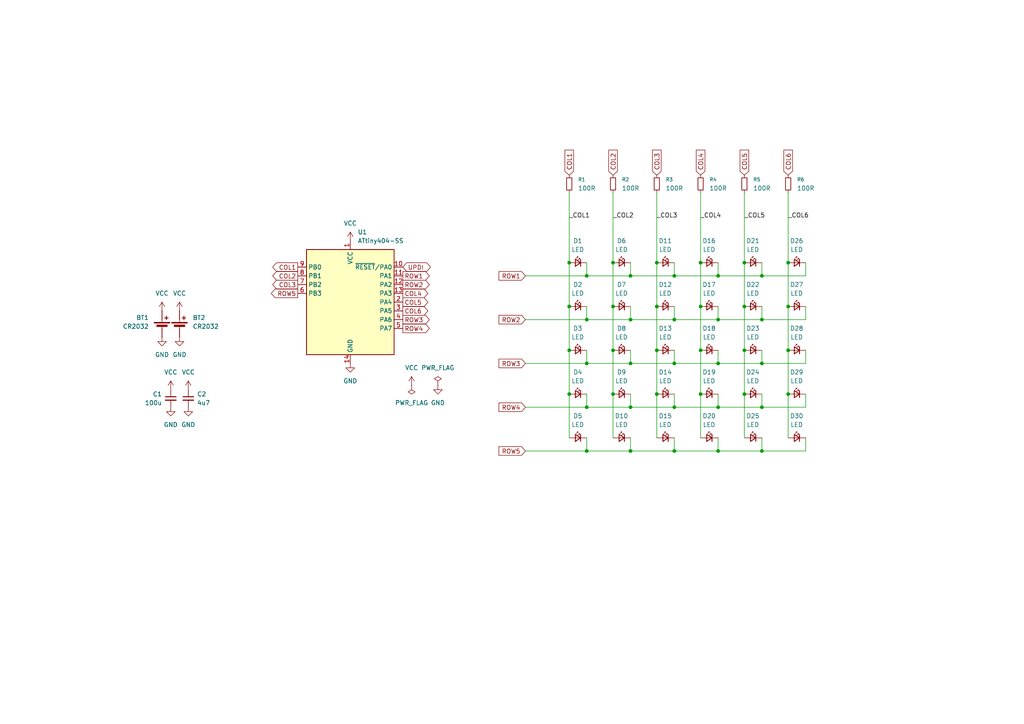
<source format=kicad_sch>
(kicad_sch (version 20250114) (generator "eeschema") (generator_version "9.0")
  (paper "A4")
  (lib_symbols
    (symbol "Device:Battery_Cell" (pin_numbers (hide yes)) (pin_names (offset 0) (hide yes))
      (property "Reference" "BT" (at 2.54 2.54 0))
      (property "Value" "Battery_Cell" (at 2.54 0 0))
      (symbol "Battery_Cell_0_1"
        (rectangle (start -2.286 1.778) (end 2.286 1.524) (fill (type outline)))
        (rectangle (start -1.524 1.016) (end 1.524 0.508) (fill (type outline)))
        (polyline (pts (xy 0 1.778) (xy 0 2.54)))
        (polyline (pts (xy 0 0.762) (xy 0 0)))
        (polyline (pts (xy 0.762 3.048) (xy 1.778 3.048)) (stroke (width 0.254)))
        (polyline (pts (xy 1.27 3.556) (xy 1.27 2.54)) (stroke (width 0.254)))
      )
      (symbol "Battery_Cell_1_1"
        (pin passive line (at 0 5.08 270) (length 2.54) (name "+") (number "1"))
        (pin passive line (at 0 -2.54 90) (length 2.54) (name "-") (number "2"))
      )
    )
    (symbol "Device:C_Small" (pin_numbers (hide yes)) (pin_names (offset 0.254) (hide yes))
      (property "Reference" "C" (at 0.254 1.778 0))
      (property "Value" "C_Small" (at 0.254 -2.032 0))
      (symbol "C_Small_0_1"
        (polyline (pts (xy -1.524 0.508) (xy 1.524 0.508)) (stroke (width 0.3048)))
        (polyline (pts (xy -1.524 -0.508) (xy 1.524 -0.508)) (stroke (width 0.3302)))
      )
      (symbol "C_Small_1_1"
        (pin passive line (at 0 2.54 270) (length 2.032) (name "~") (number "1"))
        (pin passive line (at 0 -2.54 90) (length 2.032) (name "~") (number "2"))
      )
    )
    (symbol "Device:LED_Small" (pin_numbers (hide yes)) (pin_names (offset 0.254) (hide yes))
      (property "Reference" "D" (at -1.27 3.175 0))
      (property "Value" "LED_Small" (at -4.445 -2.54 0))
      (symbol "LED_Small_0_1"
        (polyline (pts (xy -0.762 -1.016) (xy -0.762 1.016)) (stroke (width 0.254)))
        (polyline (pts (xy 0 0.762) (xy -0.508 1.27) (xy -0.254 1.27) (xy -0.508 1.27) (xy -0.508 1.016)))
        (polyline (pts (xy 0.508 1.27) (xy 0 1.778) (xy 0.254 1.778) (xy 0 1.778) (xy 0 1.524)))
        (polyline (pts (xy 0.762 -1.016) (xy -0.762 0) (xy 0.762 1.016) (xy 0.762 -1.016)) (stroke (width 0.254)))
        (polyline (pts (xy 1.016 0) (xy -0.762 0)))
      )
      (symbol "LED_Small_1_1"
        (pin passive line (at -2.54 0 0) (length 1.778) (name "K") (number "1"))
        (pin passive line (at 2.54 0 180) (length 1.778) (name "A") (number "2"))
      )
    )
    (symbol "Device:R_Small" (pin_numbers (hide yes)) (pin_names (offset 0.254) (hide yes))
      (property "Reference" "R" (at 0 0 90))
      (property "Value" "R_Small" (at 1.778 0 90))
      (symbol "R_Small_0_1"
        (rectangle (start -0.762 1.778) (end 0.762 -1.778) (stroke (width 0.2032)))
      )
      (symbol "R_Small_1_1"
        (pin passive line (at 0 2.54 270) (length 0.762) (name "~") (number "1"))
        (pin passive line (at 0 -2.54 90) (length 0.762) (name "~") (number "2"))
      )
    )
    (symbol "MCU_Microchip_ATtiny:ATtiny404-SS"
      (property "Reference" "U" (at -12.7 16.51 0))
      (property "Value" "ATtiny404-SS" (at 2.54 -16.51 0))
      (symbol "ATtiny404-SS_0_1"
        (rectangle (start -12.7 -15.24) (end 12.7 15.24) (stroke (width 0.254)) (fill (type background)))
      )
      (symbol "ATtiny404-SS_1_1"
        (pin bidirectional line (at -15.24 10.16 0) (length 2.54) (name "PB0") (number "9"))
        (pin bidirectional line (at -15.24 7.62 0) (length 2.54) (name "PB1") (number "8"))
        (pin bidirectional line (at -15.24 5.08 0) (length 2.54) (name "PB2") (number "7"))
        (pin bidirectional line (at -15.24 2.54 0) (length 2.54) (name "PB3") (number "6"))
        (pin power_in line (at 0 17.78 270) (length 2.54) (name "VCC") (number "1"))
        (pin power_in line (at 0 -17.78 90) (length 2.54) (name "GND") (number "14"))
        (pin bidirectional line (at 15.24 10.16 180) (length 2.54) (name "~{RESET}/PA0") (number "10"))
        (pin bidirectional line (at 15.24 7.62 180) (length 2.54) (name "PA1") (number "11"))
        (pin bidirectional line (at 15.24 5.08 180) (length 2.54) (name "PA2") (number "12"))
        (pin bidirectional line (at 15.24 2.54 180) (length 2.54) (name "PA3") (number "13"))
        (pin bidirectional line (at 15.24 0 180) (length 2.54) (name "PA4") (number "2"))
        (pin bidirectional line (at 15.24 -2.54 180) (length 2.54) (name "PA5") (number "3"))
        (pin bidirectional line (at 15.24 -5.08 180) (length 2.54) (name "PA6") (number "4"))
        (pin bidirectional line (at 15.24 -7.62 180) (length 2.54) (name "PA7") (number "5"))
      )
    )
    (symbol "power:GND" (power) (pin_numbers (hide yes)) (pin_names (offset 0) (hide yes))
      (property "Value" "GND" (at 0 -3.81 0))
      (symbol "GND_0_1"
        (polyline (pts (xy 0 0) (xy 0 -1.27) (xy 1.27 -1.27) (xy 0 -2.54) (xy -1.27 -1.27) (xy 0 -1.27)))
      )
      (symbol "GND_1_1"
        (pin power_in line (at 0 0 270) (length 0) (name "~") (number "1"))
      )
    )
    (symbol "power:PWR_FLAG" (power) (pin_numbers (hide yes)) (pin_names (offset 0) (hide yes))
      (property "Value" "PWR_FLAG" (at 0 3.81 0))
      (symbol "PWR_FLAG_0_0"
        (pin power_out line (at 0 0 90) (length 0) (name "~") (number "1"))
      )
      (symbol "PWR_FLAG_0_1"
        (polyline (pts (xy 0 0) (xy 0 1.27) (xy -1.016 1.905) (xy 0 2.54) (xy 1.016 1.905) (xy 0 1.27)))
      )
    )
    (symbol "power:VCC" (power) (pin_numbers (hide yes)) (pin_names (offset 0) (hide yes))
      (property "Value" "VCC" (at 0 3.556 0))
      (symbol "VCC_0_1"
        (polyline (pts (xy -0.762 1.27) (xy 0 2.54)))
        (polyline (pts (xy 0 2.54) (xy 0.762 1.27)))
        (polyline (pts (xy 0 0) (xy 0 2.54)))
      )
      (symbol "VCC_1_1"
        (pin power_in line (at 0 0 90) (length 0) (name "~") (number "1"))
      )
    )
  )
  (junction (at 177.8 114.3))
  (junction (at 220.98 80.01))
  (junction (at 170.18 80.01))
  (junction (at 220.98 130.81))
  (junction (at 190.5 101.6))
  (junction (at 215.9 101.6))
  (junction (at 165.1 76.2))
  (junction (at 195.58 80.01))
  (junction (at 182.88 130.81))
  (junction (at 195.58 105.41))
  (junction (at 195.58 130.81))
  (junction (at 182.88 118.11))
  (junction (at 203.2 76.2))
  (junction (at 177.8 88.9))
  (junction (at 182.88 105.41))
  (junction (at 182.88 92.71))
  (junction (at 228.6 101.6))
  (junction (at 220.98 118.11))
  (junction (at 203.2 114.3))
  (junction (at 170.18 118.11))
  (junction (at 220.98 92.71))
  (junction (at 177.8 76.2))
  (junction (at 165.1 101.6))
  (junction (at 195.58 118.11))
  (junction (at 203.2 88.9))
  (junction (at 208.28 130.81))
  (junction (at 215.9 88.9))
  (junction (at 190.5 76.2))
  (junction (at 190.5 88.9))
  (junction (at 208.28 105.41))
  (junction (at 182.88 80.01))
  (junction (at 195.58 92.71))
  (junction (at 228.6 76.2))
  (junction (at 165.1 88.9))
  (junction (at 228.6 114.3))
  (junction (at 215.9 76.2))
  (junction (at 228.6 88.9))
  (junction (at 208.28 92.71))
  (junction (at 208.28 118.11))
  (junction (at 203.2 101.6))
  (junction (at 220.98 105.41))
  (junction (at 170.18 105.41))
  (junction (at 170.18 130.81))
  (junction (at 170.18 92.71))
  (junction (at 208.28 80.01))
  (junction (at 165.1 114.3))
  (junction (at 215.9 114.3))
  (junction (at 190.5 114.3))
  (junction (at 177.8 101.6))
  (wire (pts (xy 195.58 101.6) (xy 195.58 105.41)))
  (wire (pts (xy 190.5 55.88) (xy 190.5 76.2)))
  (wire (pts (xy 177.8 114.3) (xy 177.8 127)))
  (wire (pts (xy 233.68 130.81) (xy 220.98 130.81)))
  (wire (pts (xy 220.98 127) (xy 220.98 130.81)))
  (wire (pts (xy 170.18 130.81) (xy 182.88 130.81)))
  (wire (pts (xy 170.18 105.41) (xy 182.88 105.41)))
  (wire (pts (xy 208.28 92.71) (xy 195.58 92.71)))
  (wire (pts (xy 182.88 92.71) (xy 182.88 88.9)))
  (wire (pts (xy 152.4 118.11) (xy 170.18 118.11)))
  (wire (pts (xy 220.98 118.11) (xy 208.28 118.11)))
  (wire (pts (xy 195.58 118.11) (xy 182.88 118.11)))
  (wire (pts (xy 177.8 101.6) (xy 177.8 114.3)))
  (wire (pts (xy 208.28 101.6) (xy 208.28 105.41)))
  (wire (pts (xy 220.98 101.6) (xy 220.98 105.41)))
  (wire (pts (xy 190.5 114.3) (xy 190.5 127)))
  (wire (pts (xy 177.8 76.2) (xy 177.8 88.9)))
  (wire (pts (xy 195.58 105.41) (xy 182.88 105.41)))
  (wire (pts (xy 233.68 127) (xy 233.68 130.81)))
  (wire (pts (xy 233.68 80.01) (xy 220.98 80.01)))
  (wire (pts (xy 233.68 118.11) (xy 220.98 118.11)))
  (wire (pts (xy 195.58 127) (xy 195.58 130.81)))
  (wire (pts (xy 228.6 88.9) (xy 228.6 101.6)))
  (wire (pts (xy 208.28 114.3) (xy 208.28 118.11)))
  (wire (pts (xy 170.18 101.6) (xy 170.18 105.41)))
  (wire (pts (xy 220.98 80.01) (xy 208.28 80.01)))
  (wire (pts (xy 190.5 76.2) (xy 190.5 88.9)))
  (wire (pts (xy 233.68 114.3) (xy 233.68 118.11)))
  (wire (pts (xy 165.1 55.88) (xy 165.1 76.2)))
  (wire (pts (xy 195.58 114.3) (xy 195.58 118.11)))
  (wire (pts (xy 152.4 105.41) (xy 170.18 105.41)))
  (wire (pts (xy 165.1 114.3) (xy 165.1 127)))
  (wire (pts (xy 208.28 118.11) (xy 195.58 118.11)))
  (wire (pts (xy 195.58 80.01) (xy 182.88 80.01)))
  (wire (pts (xy 182.88 118.11) (xy 182.88 114.3)))
  (wire (pts (xy 228.6 114.3) (xy 228.6 127)))
  (wire (pts (xy 208.28 105.41) (xy 195.58 105.41)))
  (wire (pts (xy 170.18 114.3) (xy 170.18 118.11)))
  (wire (pts (xy 228.6 76.2) (xy 228.6 88.9)))
  (wire (pts (xy 190.5 88.9) (xy 190.5 101.6)))
  (wire (pts (xy 152.4 92.71) (xy 170.18 92.71)))
  (wire (pts (xy 220.98 92.71) (xy 208.28 92.71)))
  (wire (pts (xy 208.28 88.9) (xy 208.28 92.71)))
  (wire (pts (xy 233.68 105.41) (xy 220.98 105.41)))
  (wire (pts (xy 215.9 114.3) (xy 215.9 127)))
  (wire (pts (xy 228.6 101.6) (xy 228.6 114.3)))
  (wire (pts (xy 215.9 55.88) (xy 215.9 76.2)))
  (wire (pts (xy 215.9 76.2) (xy 215.9 88.9)))
  (wire (pts (xy 170.18 92.71) (xy 182.88 92.71)))
  (wire (pts (xy 170.18 118.11) (xy 182.88 118.11)))
  (wire (pts (xy 165.1 101.6) (xy 165.1 114.3)))
  (wire (pts (xy 195.58 130.81) (xy 182.88 130.81)))
  (wire (pts (xy 208.28 76.2) (xy 208.28 80.01)))
  (wire (pts (xy 165.1 76.2) (xy 165.1 88.9)))
  (wire (pts (xy 170.18 88.9) (xy 170.18 92.71)))
  (wire (pts (xy 208.28 127) (xy 208.28 130.81)))
  (wire (pts (xy 195.58 92.71) (xy 182.88 92.71)))
  (wire (pts (xy 233.68 92.71) (xy 220.98 92.71)))
  (wire (pts (xy 220.98 114.3) (xy 220.98 118.11)))
  (wire (pts (xy 233.68 101.6) (xy 233.68 105.41)))
  (wire (pts (xy 182.88 105.41) (xy 182.88 101.6)))
  (wire (pts (xy 170.18 127) (xy 170.18 130.81)))
  (wire (pts (xy 208.28 80.01) (xy 195.58 80.01)))
  (wire (pts (xy 182.88 80.01) (xy 182.88 76.2)))
  (wire (pts (xy 220.98 88.9) (xy 220.98 92.71)))
  (wire (pts (xy 220.98 105.41) (xy 208.28 105.41)))
  (wire (pts (xy 203.2 55.88) (xy 203.2 76.2)))
  (wire (pts (xy 170.18 80.01) (xy 182.88 80.01)))
  (wire (pts (xy 152.4 130.81) (xy 170.18 130.81)))
  (wire (pts (xy 203.2 101.6) (xy 203.2 114.3)))
  (wire (pts (xy 215.9 88.9) (xy 215.9 101.6)))
  (wire (pts (xy 220.98 76.2) (xy 220.98 80.01)))
  (wire (pts (xy 220.98 130.81) (xy 208.28 130.81)))
  (wire (pts (xy 152.4 80.01) (xy 170.18 80.01)))
  (wire (pts (xy 228.6 55.88) (xy 228.6 76.2)))
  (wire (pts (xy 177.8 55.88) (xy 177.8 76.2)))
  (wire (pts (xy 233.68 76.2) (xy 233.68 80.01)))
  (wire (pts (xy 233.68 88.9) (xy 233.68 92.71)))
  (wire (pts (xy 177.8 88.9) (xy 177.8 101.6)))
  (wire (pts (xy 195.58 88.9) (xy 195.58 92.71)))
  (wire (pts (xy 203.2 76.2) (xy 203.2 88.9)))
  (wire (pts (xy 190.5 101.6) (xy 190.5 114.3)))
  (wire (pts (xy 203.2 114.3) (xy 203.2 127)))
  (wire (pts (xy 170.18 76.2) (xy 170.18 80.01)))
  (wire (pts (xy 195.58 76.2) (xy 195.58 80.01)))
  (wire (pts (xy 165.1 88.9) (xy 165.1 101.6)))
  (wire (pts (xy 215.9 101.6) (xy 215.9 114.3)))
  (wire (pts (xy 203.2 88.9) (xy 203.2 101.6)))
  (wire (pts (xy 182.88 130.81) (xy 182.88 127)))
  (wire (pts (xy 208.28 130.81) (xy 195.58 130.81)))
  (label "_COL3" (at 190.5 63.5 0))
  (label "_COL2" (at 177.8 63.5 0))
  (label "_COL5" (at 215.9 63.5 0))
  (label "_COL4" (at 203.2 63.5 0))
  (label "_COL1" (at 165.1 63.5 0))
  (label "_COL6" (at 228.6 63.5 0))
  (global_label "COL4" (shape output) (at 116.84 85.09 0) (property "Intersheetrefs" "${INTERSHEET_REFS}" (effects (hide yes))))
  (global_label "COL5" (shape input) (at 215.9 50.8 90) (property "Intersheetrefs" "${INTERSHEET_REFS}" (effects (hide yes))))
  (global_label "ROW3" (shape output) (at 116.84 92.71 0) (property "Intersheetrefs" "${INTERSHEET_REFS}" (effects (hide yes))))
  (global_label "ROW3" (shape input) (at 152.4 105.41 180) (property "Intersheetrefs" "${INTERSHEET_REFS}" (effects (hide yes))))
  (global_label "ROW4" (shape output) (at 116.84 95.25 0) (property "Intersheetrefs" "${INTERSHEET_REFS}" (effects (hide yes))))
  (global_label "ROW2" (shape output) (at 116.84 82.55 0) (property "Intersheetrefs" "${INTERSHEET_REFS}" (effects (hide yes))))
  (global_label "COL1" (shape output) (at 86.36 77.47 180) (property "Intersheetrefs" "${INTERSHEET_REFS}" (effects (hide yes))))
  (global_label "COL5" (shape output) (at 116.84 87.63 0) (property "Intersheetrefs" "${INTERSHEET_REFS}" (effects (hide yes))))
  (global_label "COL3" (shape output) (at 86.36 82.55 180) (property "Intersheetrefs" "${INTERSHEET_REFS}" (effects (hide yes))))
  (global_label "COL6" (shape output) (at 116.84 90.17 0) (property "Intersheetrefs" "${INTERSHEET_REFS}" (effects (hide yes))))
  (global_label "UPDI" (shape bidirectional) (at 116.84 77.47 0) (property "Intersheetrefs" "${INTERSHEET_REFS}" (effects (hide yes))))
  (global_label "ROW5" (shape input) (at 152.4 130.81 180) (property "Intersheetrefs" "${INTERSHEET_REFS}" (effects (hide yes))))
  (global_label "COL6" (shape input) (at 228.6 50.8 90) (property "Intersheetrefs" "${INTERSHEET_REFS}" (effects (hide yes))))
  (global_label "COL1" (shape input) (at 165.1 50.8 90) (property "Intersheetrefs" "${INTERSHEET_REFS}" (effects (hide yes))))
  (global_label "COL2" (shape input) (at 177.8 50.8 90) (property "Intersheetrefs" "${INTERSHEET_REFS}" (effects (hide yes))))
  (global_label "ROW2" (shape input) (at 152.4 92.71 180) (property "Intersheetrefs" "${INTERSHEET_REFS}" (effects (hide yes))))
  (global_label "ROW1" (shape output) (at 116.84 80.01 0) (property "Intersheetrefs" "${INTERSHEET_REFS}" (effects (hide yes))))
  (global_label "ROW5" (shape output) (at 86.36 85.09 180) (property "Intersheetrefs" "${INTERSHEET_REFS}" (effects (hide yes))))
  (global_label "COL2" (shape output) (at 86.36 80.01 180) (property "Intersheetrefs" "${INTERSHEET_REFS}" (effects (hide yes))))
  (global_label "COL4" (shape input) (at 203.2 50.8 90) (property "Intersheetrefs" "${INTERSHEET_REFS}" (effects (hide yes))))
  (global_label "ROW1" (shape input) (at 152.4 80.01 180) (property "Intersheetrefs" "${INTERSHEET_REFS}" (effects (hide yes))))
  (global_label "ROW4" (shape input) (at 152.4 118.11 180) (property "Intersheetrefs" "${INTERSHEET_REFS}" (effects (hide yes))))
  (global_label "COL3" (shape input) (at 190.5 50.8 90) (property "Intersheetrefs" "${INTERSHEET_REFS}" (effects (hide yes))))
  (symbol (lib_id "power:GND") (at 101.6 105.41 0) (unit 1)
    (property "Reference" "#PWR04" (effects (hide yes)))
    (property "Value" "GND" (at 101.6 110.49 0))
    (property "Description" "Power symbol creates a global label with name \"GND\" , ground" (effects (hide yes)))
  )
  (symbol (lib_id "Device:LED_Small") (at 205.74 114.3 0) (mirror y) (unit 1)
    (property "Reference" "D19" (at 205.6765 107.95 0))
    (property "Value" "LED" (at 205.6765 110.49 0))
    (property "Footprint" "LED_SMD:LED_0603_1608Metric" (effects (hide yes)))
    (property "Description" "Light emitting diode, small symbol" (effects (hide yes)))
    (property "Sim.Pin" "1=K 2=A" (effects (hide yes)))
  )
  (symbol (lib_id "Device:R_Small") (at 215.9 53.34 0) (unit 1)
    (property "Reference" "R5" (at 218.44 52.0699 0) (effects (font (size 1.016 1.016)) (justify left)))
    (property "Value" "100R" (at 218.44 54.6099 0) (effects (justify left)))
    (property "Footprint" "Resistor_SMD:R_0603_1608Metric" (effects (hide yes)))
    (property "Description" "Resistor, small symbol" (effects (hide yes)))
  )
  (symbol (lib_id "power:GND") (at 127 111.76 0) (unit 1)
    (property "Reference" "#PWR02" (effects (hide yes)))
    (property "Value" "GND" (at 127 116.84 0))
    (property "Description" "Power symbol creates a global label with name \"GND\" , ground" (effects (hide yes)))
  )
  (symbol (lib_id "MCU_Microchip_ATtiny:ATtiny404-SS") (at 101.6 87.63 0) (unit 1)
    (property "Reference" "U1" (at 103.7433 67.31 0) (effects (justify left)))
    (property "Value" "ATtiny404-SS" (at 103.7433 69.85 0) (effects (justify left)))
    (property "Footprint" "Package_SO:SOIC-14_3.9x8.7mm_P1.27mm" (effects (hide yes)))
    (property "Datasheet" "http://ww1.microchip.com/downloads/en/DeviceDoc/50002687A.pdf" (effects (hide yes)))
    (property "Description" "20MHz, 4kB Flash, 256B SRAM, 128B EEPROM, SOIC-14" (effects (hide yes)))
  )
  (symbol (lib_id "Device:LED_Small") (at 231.14 114.3 0) (mirror y) (unit 1)
    (property "Reference" "D29" (at 231.0765 107.95 0))
    (property "Value" "LED" (at 231.0765 110.49 0))
    (property "Footprint" "LED_SMD:LED_0603_1608Metric" (effects (hide yes)))
    (property "Description" "Light emitting diode, small symbol" (effects (hide yes)))
    (property "Sim.Pin" "1=K 2=A" (effects (hide yes)))
  )
  (symbol (lib_id "Device:LED_Small") (at 218.44 127 0) (mirror y) (unit 1)
    (property "Reference" "D25" (at 218.3765 120.65 0))
    (property "Value" "LED" (at 218.3765 123.19 0))
    (property "Footprint" "LED_SMD:LED_0603_1608Metric" (effects (hide yes)))
    (property "Description" "Light emitting diode, small symbol" (effects (hide yes)))
    (property "Sim.Pin" "1=K 2=A" (effects (hide yes)))
  )
  (symbol (lib_id "Device:LED_Small") (at 167.64 101.6 0) (mirror y) (unit 1)
    (property "Reference" "D3" (at 167.5765 95.25 0))
    (property "Value" "LED" (at 167.5765 97.79 0))
    (property "Footprint" "LED_SMD:LED_0603_1608Metric" (effects (hide yes)))
    (property "Description" "Light emitting diode, small symbol" (effects (hide yes)))
    (property "Sim.Pin" "1=K 2=A" (effects (hide yes)))
  )
  (symbol (lib_id "Device:LED_Small") (at 231.14 101.6 0) (mirror y) (unit 1)
    (property "Reference" "D28" (at 231.0765 95.25 0))
    (property "Value" "LED" (at 231.0765 97.79 0))
    (property "Footprint" "LED_SMD:LED_0603_1608Metric" (effects (hide yes)))
    (property "Description" "Light emitting diode, small symbol" (effects (hide yes)))
    (property "Sim.Pin" "1=K 2=A" (effects (hide yes)))
  )
  (symbol (lib_id "Device:LED_Small") (at 218.44 88.9 0) (mirror y) (unit 1)
    (property "Reference" "D22" (at 218.3765 82.55 0))
    (property "Value" "LED" (at 218.3765 85.09 0))
    (property "Footprint" "LED_SMD:LED_0603_1608Metric" (effects (hide yes)))
    (property "Description" "Light emitting diode, small symbol" (effects (hide yes)))
    (property "Sim.Pin" "1=K 2=A" (effects (hide yes)))
  )
  (symbol (lib_id "Device:LED_Small") (at 180.34 127 0) (mirror y) (unit 1)
    (property "Reference" "D10" (at 180.2765 120.65 0))
    (property "Value" "LED" (at 180.2765 123.19 0))
    (property "Footprint" "LED_SMD:LED_0603_1608Metric" (effects (hide yes)))
    (property "Description" "Light emitting diode, small symbol" (effects (hide yes)))
    (property "Sim.Pin" "1=K 2=A" (effects (hide yes)))
  )
  (symbol (lib_id "Device:LED_Small") (at 180.34 76.2 0) (mirror y) (unit 1)
    (property "Reference" "D6" (at 180.2765 69.85 0))
    (property "Value" "LED" (at 180.2765 72.39 0))
    (property "Footprint" "LED_SMD:LED_0603_1608Metric" (effects (hide yes)))
    (property "Description" "Light emitting diode, small symbol" (effects (hide yes)))
    (property "Sim.Pin" "1=K 2=A" (effects (hide yes)))
  )
  (symbol (lib_id "Device:LED_Small") (at 167.64 127 0) (mirror y) (unit 1)
    (property "Reference" "D5" (at 167.5765 120.65 0))
    (property "Value" "LED" (at 167.5765 123.19 0))
    (property "Footprint" "LED_SMD:LED_0603_1608Metric" (effects (hide yes)))
    (property "Description" "Light emitting diode, small symbol" (effects (hide yes)))
    (property "Sim.Pin" "1=K 2=A" (effects (hide yes)))
  )
  (symbol (lib_id "Device:LED_Small") (at 167.64 76.2 0) (mirror y) (unit 1)
    (property "Reference" "D1" (at 167.5765 69.85 0))
    (property "Value" "LED" (at 167.5765 72.39 0))
    (property "Footprint" "LED_SMD:LED_0603_1608Metric" (effects (hide yes)))
    (property "Description" "Light emitting diode, small symbol" (effects (hide yes)))
    (property "Sim.Pin" "1=K 2=A" (effects (hide yes)))
  )
  (symbol (lib_id "Device:LED_Small") (at 180.34 101.6 0) (mirror y) (unit 1)
    (property "Reference" "D8" (at 180.2765 95.25 0))
    (property "Value" "LED" (at 180.2765 97.79 0))
    (property "Footprint" "LED_SMD:LED_0603_1608Metric" (effects (hide yes)))
    (property "Description" "Light emitting diode, small symbol" (effects (hide yes)))
    (property "Sim.Pin" "1=K 2=A" (effects (hide yes)))
  )
  (symbol (lib_id "power:VCC") (at 119.38 111.76 0) (unit 1)
    (property "Reference" "#PWR01" (effects (hide yes)))
    (property "Value" "VCC" (at 119.38 106.68 0))
    (property "Description" "Power symbol creates a global label with name \"VCC\"" (effects (hide yes)))
  )
  (symbol (lib_id "power:VCC") (at 49.53 113.03 0) (unit 1)
    (property "Reference" "#PWR09" (effects (hide yes)))
    (property "Value" "VCC" (at 49.53 107.95 0))
    (property "Description" "Power symbol creates a global label with name \"VCC\"" (effects (hide yes)))
  )
  (symbol (lib_id "Device:R_Small") (at 190.5 53.34 0) (unit 1)
    (property "Reference" "R3" (at 193.04 52.0699 0) (effects (font (size 1.016 1.016)) (justify left)))
    (property "Value" "100R" (at 193.04 54.6099 0) (effects (justify left)))
    (property "Footprint" "Resistor_SMD:R_0603_1608Metric" (effects (hide yes)))
    (property "Description" "Resistor, small symbol" (effects (hide yes)))
  )
  (symbol (lib_id "Device:LED_Small") (at 193.04 101.6 0) (mirror y) (unit 1)
    (property "Reference" "D13" (at 192.9765 95.25 0))
    (property "Value" "LED" (at 192.9765 97.79 0))
    (property "Footprint" "LED_SMD:LED_0603_1608Metric" (effects (hide yes)))
    (property "Description" "Light emitting diode, small symbol" (effects (hide yes)))
    (property "Sim.Pin" "1=K 2=A" (effects (hide yes)))
  )
  (symbol (lib_id "Device:R_Small") (at 177.8 53.34 0) (unit 1)
    (property "Reference" "R2" (at 180.34 52.0699 0) (effects (font (size 1.016 1.016)) (justify left)))
    (property "Value" "100R" (at 180.34 54.6099 0) (effects (justify left)))
    (property "Footprint" "Resistor_SMD:R_0603_1608Metric" (effects (hide yes)))
    (property "Description" "Resistor, small symbol" (effects (hide yes)))
  )
  (symbol (lib_id "power:VCC") (at 52.07 90.17 0) (unit 1)
    (property "Reference" "#PWR07" (effects (hide yes)))
    (property "Value" "VCC" (at 52.07 85.09 0))
    (property "Description" "Power symbol creates a global label with name \"VCC\"" (effects (hide yes)))
  )
  (symbol (lib_id "Device:LED_Small") (at 180.34 114.3 0) (mirror y) (unit 1)
    (property "Reference" "D9" (at 180.2765 107.95 0))
    (property "Value" "LED" (at 180.2765 110.49 0))
    (property "Footprint" "LED_SMD:LED_0603_1608Metric" (effects (hide yes)))
    (property "Description" "Light emitting diode, small symbol" (effects (hide yes)))
    (property "Sim.Pin" "1=K 2=A" (effects (hide yes)))
  )
  (symbol (lib_id "Device:LED_Small") (at 231.14 127 0) (mirror y) (unit 1)
    (property "Reference" "D30" (at 231.0765 120.65 0))
    (property "Value" "LED" (at 231.0765 123.19 0))
    (property "Footprint" "LED_SMD:LED_0603_1608Metric" (effects (hide yes)))
    (property "Description" "Light emitting diode, small symbol" (effects (hide yes)))
    (property "Sim.Pin" "1=K 2=A" (effects (hide yes)))
  )
  (symbol (lib_id "Device:LED_Small") (at 205.74 101.6 0) (mirror y) (unit 1)
    (property "Reference" "D18" (at 205.6765 95.25 0))
    (property "Value" "LED" (at 205.6765 97.79 0))
    (property "Footprint" "LED_SMD:LED_0603_1608Metric" (effects (hide yes)))
    (property "Description" "Light emitting diode, small symbol" (effects (hide yes)))
    (property "Sim.Pin" "1=K 2=A" (effects (hide yes)))
  )
  (symbol (lib_id "power:GND") (at 52.07 97.79 0) (unit 1)
    (property "Reference" "#PWR08" (effects (hide yes)))
    (property "Value" "GND" (at 52.07 102.87 0))
    (property "Description" "Power symbol creates a global label with name \"GND\" , ground" (effects (hide yes)))
  )
  (symbol (lib_id "power:VCC") (at 54.61 113.03 0) (unit 1)
    (property "Reference" "#PWR011" (effects (hide yes)))
    (property "Value" "VCC" (at 54.61 107.95 0))
    (property "Description" "Power symbol creates a global label with name \"VCC\"" (effects (hide yes)))
  )
  (symbol (lib_id "power:VCC") (at 101.6 69.85 0) (unit 1)
    (property "Reference" "#PWR03" (effects (hide yes)))
    (property "Value" "VCC" (at 101.6 64.77 0))
    (property "Description" "Power symbol creates a global label with name \"VCC\"" (effects (hide yes)))
  )
  (symbol (lib_id "Device:LED_Small") (at 231.14 76.2 0) (mirror y) (unit 1)
    (property "Reference" "D26" (at 231.0765 69.85 0))
    (property "Value" "LED" (at 231.0765 72.39 0))
    (property "Footprint" "LED_SMD:LED_0603_1608Metric" (effects (hide yes)))
    (property "Description" "Light emitting diode, small symbol" (effects (hide yes)))
    (property "Sim.Pin" "1=K 2=A" (effects (hide yes)))
  )
  (symbol (lib_id "Device:LED_Small") (at 193.04 114.3 0) (mirror y) (unit 1)
    (property "Reference" "D14" (at 192.9765 107.95 0))
    (property "Value" "LED" (at 192.9765 110.49 0))
    (property "Footprint" "LED_SMD:LED_0603_1608Metric" (effects (hide yes)))
    (property "Description" "Light emitting diode, small symbol" (effects (hide yes)))
    (property "Sim.Pin" "1=K 2=A" (effects (hide yes)))
  )
  (symbol (lib_id "Device:LED_Small") (at 193.04 76.2 0) (mirror y) (unit 1)
    (property "Reference" "D11" (at 192.9765 69.85 0))
    (property "Value" "LED" (at 192.9765 72.39 0))
    (property "Footprint" "LED_SMD:LED_0603_1608Metric" (effects (hide yes)))
    (property "Description" "Light emitting diode, small symbol" (effects (hide yes)))
    (property "Sim.Pin" "1=K 2=A" (effects (hide yes)))
  )
  (symbol (lib_id "Device:LED_Small") (at 218.44 101.6 0) (mirror y) (unit 1)
    (property "Reference" "D23" (at 218.3765 95.25 0))
    (property "Value" "LED" (at 218.3765 97.79 0))
    (property "Footprint" "LED_SMD:LED_0603_1608Metric" (effects (hide yes)))
    (property "Description" "Light emitting diode, small symbol" (effects (hide yes)))
    (property "Sim.Pin" "1=K 2=A" (effects (hide yes)))
  )
  (symbol (lib_id "Device:R_Small") (at 228.6 53.34 0) (unit 1)
    (property "Reference" "R6" (at 231.14 52.0699 0) (effects (font (size 1.016 1.016)) (justify left)))
    (property "Value" "100R" (at 231.14 54.6099 0) (effects (justify left)))
    (property "Footprint" "Resistor_SMD:R_0603_1608Metric" (effects (hide yes)))
    (property "Description" "Resistor, small symbol" (effects (hide yes)))
  )
  (symbol (lib_id "Device:LED_Small") (at 205.74 76.2 0) (mirror y) (unit 1)
    (property "Reference" "D16" (at 205.6765 69.85 0))
    (property "Value" "LED" (at 205.6765 72.39 0))
    (property "Footprint" "LED_SMD:LED_0603_1608Metric" (effects (hide yes)))
    (property "Description" "Light emitting diode, small symbol" (effects (hide yes)))
    (property "Sim.Pin" "1=K 2=A" (effects (hide yes)))
  )
  (symbol (lib_id "Device:LED_Small") (at 180.34 88.9 0) (mirror y) (unit 1)
    (property "Reference" "D7" (at 180.2765 82.55 0))
    (property "Value" "LED" (at 180.2765 85.09 0))
    (property "Footprint" "LED_SMD:LED_0603_1608Metric" (effects (hide yes)))
    (property "Description" "Light emitting diode, small symbol" (effects (hide yes)))
    (property "Sim.Pin" "1=K 2=A" (effects (hide yes)))
  )
  (symbol (lib_id "Device:R_Small") (at 165.1 53.34 0) (unit 1)
    (property "Reference" "R1" (at 167.64 52.0699 0) (effects (font (size 1.016 1.016)) (justify left)))
    (property "Value" "100R" (at 167.64 54.6099 0) (effects (justify left)))
    (property "Footprint" "Resistor_SMD:R_0603_1608Metric" (effects (hide yes)))
    (property "Description" "Resistor, small symbol" (effects (hide yes)))
  )
  (symbol (lib_id "Device:LED_Small") (at 193.04 88.9 0) (mirror y) (unit 1)
    (property "Reference" "D12" (at 192.9765 82.55 0))
    (property "Value" "LED" (at 192.9765 85.09 0))
    (property "Footprint" "LED_SMD:LED_0603_1608Metric" (effects (hide yes)))
    (property "Description" "Light emitting diode, small symbol" (effects (hide yes)))
    (property "Sim.Pin" "1=K 2=A" (effects (hide yes)))
  )
  (symbol (lib_id "Device:Battery_Cell") (at 52.07 95.25 0) (unit 1)
    (property "Reference" "BT2" (at 55.88 92.1384 0) (effects (justify left)))
    (property "Value" "CR2032" (at 55.88 94.6784 0) (effects (justify left)))
    (property "Footprint" "Battery:BatteryHolder_Multicomp_BC-2001_1x2032" (effects (hide yes)))
    (property "Description" "Single-cell battery" (effects (hide yes)))
  )
  (symbol (lib_id "Device:Battery_Cell") (at 46.99 95.25 0) (unit 1)
    (property "Reference" "BT1" (at 43.18 92.1384 0) (effects (justify right)))
    (property "Value" "CR2032" (at 43.18 94.6784 0) (effects (justify right)))
    (property "Footprint" "Battery:BatteryHolder_Multicomp_BC-2001_1x2032" (effects (hide yes)))
    (property "Description" "Single-cell battery" (effects (hide yes)))
  )
  (symbol (lib_id "Device:LED_Small") (at 193.04 127 0) (mirror y) (unit 1)
    (property "Reference" "D15" (at 192.9765 120.65 0))
    (property "Value" "LED" (at 192.9765 123.19 0))
    (property "Footprint" "LED_SMD:LED_0603_1608Metric" (effects (hide yes)))
    (property "Description" "Light emitting diode, small symbol" (effects (hide yes)))
    (property "Sim.Pin" "1=K 2=A" (effects (hide yes)))
  )
  (symbol (lib_id "Device:R_Small") (at 203.2 53.34 0) (unit 1)
    (property "Reference" "R4" (at 205.74 52.0699 0) (effects (font (size 1.016 1.016)) (justify left)))
    (property "Value" "100R" (at 205.74 54.6099 0) (effects (justify left)))
    (property "Footprint" "Resistor_SMD:R_0603_1608Metric" (effects (hide yes)))
    (property "Description" "Resistor, small symbol" (effects (hide yes)))
  )
  (symbol (lib_id "Device:LED_Small") (at 218.44 114.3 0) (mirror y) (unit 1)
    (property "Reference" "D24" (at 218.3765 107.95 0))
    (property "Value" "LED" (at 218.3765 110.49 0))
    (property "Footprint" "LED_SMD:LED_0603_1608Metric" (effects (hide yes)))
    (property "Description" "Light emitting diode, small symbol" (effects (hide yes)))
    (property "Sim.Pin" "1=K 2=A" (effects (hide yes)))
  )
  (symbol (lib_id "power:PWR_FLAG") (at 119.38 111.76 0) (mirror x) (unit 1)
    (property "Reference" "#FLG02" (effects (hide yes)))
    (property "Value" "PWR_FLAG" (at 119.38 116.84 0))
    (property "Description" "Special symbol for telling ERC where power comes from" (effects (hide yes)))
  )
  (symbol (lib_id "power:GND") (at 46.99 97.79 0) (mirror y) (unit 1)
    (property "Reference" "#PWR06" (effects (hide yes)))
    (property "Value" "GND" (at 46.99 102.87 0))
    (property "Description" "Power symbol creates a global label with name \"GND\" , ground" (effects (hide yes)))
  )
  (symbol (lib_id "Device:C_Small") (at 54.61 115.57 0) (unit 1)
    (property "Reference" "C2" (at 57.15 114.3062 0) (effects (justify left)))
    (property "Value" "4u7" (at 57.15 116.8462 0) (effects (justify left)))
    (property "Footprint" "Capacitor_SMD:C_0603_1608Metric" (effects (hide yes)))
    (property "Description" "Unpolarized capacitor, small symbol" (effects (hide yes)))
  )
  (symbol (lib_id "Device:C_Small") (at 49.53 115.57 0) (mirror y) (unit 1)
    (property "Reference" "C1" (at 46.99 114.3062 0) (effects (justify left)))
    (property "Value" "100u" (at 46.99 116.8462 0) (effects (justify left)))
    (property "Footprint" "Capacitor_SMD:C_1206_3216Metric" (effects (hide yes)))
    (property "Description" "Unpolarized capacitor, small symbol" (effects (hide yes)))
  )
  (symbol (lib_id "power:GND") (at 49.53 118.11 0) (unit 1)
    (property "Reference" "#PWR010" (effects (hide yes)))
    (property "Value" "GND" (at 49.53 123.19 0))
    (property "Description" "Power symbol creates a global label with name \"GND\" , ground" (effects (hide yes)))
  )
  (symbol (lib_id "Device:LED_Small") (at 205.74 127 0) (mirror y) (unit 1)
    (property "Reference" "D20" (at 205.6765 120.65 0))
    (property "Value" "LED" (at 205.6765 123.19 0))
    (property "Footprint" "LED_SMD:LED_0603_1608Metric" (effects (hide yes)))
    (property "Description" "Light emitting diode, small symbol" (effects (hide yes)))
    (property "Sim.Pin" "1=K 2=A" (effects (hide yes)))
  )
  (symbol (lib_id "Device:LED_Small") (at 167.64 114.3 0) (mirror y) (unit 1)
    (property "Reference" "D4" (at 167.5765 107.95 0))
    (property "Value" "LED" (at 167.5765 110.49 0))
    (property "Footprint" "LED_SMD:LED_0603_1608Metric" (effects (hide yes)))
    (property "Description" "Light emitting diode, small symbol" (effects (hide yes)))
    (property "Sim.Pin" "1=K 2=A" (effects (hide yes)))
  )
  (symbol (lib_id "power:PWR_FLAG") (at 127 111.76 0) (unit 1)
    (property "Reference" "#FLG01" (effects (hide yes)))
    (property "Value" "PWR_FLAG" (at 127 106.68 0))
    (property "Description" "Special symbol for telling ERC where power comes from" (effects (hide yes)))
  )
  (symbol (lib_id "power:GND") (at 54.61 118.11 0) (unit 1)
    (property "Reference" "#PWR012" (effects (hide yes)))
    (property "Value" "GND" (at 54.61 123.19 0))
    (property "Description" "Power symbol creates a global label with name \"GND\" , ground" (effects (hide yes)))
  )
  (symbol (lib_id "Device:LED_Small") (at 167.64 88.9 0) (mirror y) (unit 1)
    (property "Reference" "D2" (at 167.5765 82.55 0))
    (property "Value" "LED" (at 167.5765 85.09 0))
    (property "Footprint" "LED_SMD:LED_0603_1608Metric" (effects (hide yes)))
    (property "Description" "Light emitting diode, small symbol" (effects (hide yes)))
    (property "Sim.Pin" "1=K 2=A" (effects (hide yes)))
  )
  (symbol (lib_id "Device:LED_Small") (at 231.14 88.9 0) (mirror y) (unit 1)
    (property "Reference" "D27" (at 231.0765 82.55 0))
    (property "Value" "LED" (at 231.0765 85.09 0))
    (property "Footprint" "LED_SMD:LED_0603_1608Metric" (effects (hide yes)))
    (property "Description" "Light emitting diode, small symbol" (effects (hide yes)))
    (property "Sim.Pin" "1=K 2=A" (effects (hide yes)))
  )
  (symbol (lib_id "power:VCC") (at 46.99 90.17 0) (mirror y) (unit 1)
    (property "Reference" "#PWR05" (effects (hide yes)))
    (property "Value" "VCC" (at 46.99 85.09 0))
    (property "Description" "Power symbol creates a global label with name \"VCC\"" (effects (hide yes)))
  )
  (symbol (lib_id "Device:LED_Small") (at 205.74 88.9 0) (mirror y) (unit 1)
    (property "Reference" "D17" (at 205.6765 82.55 0))
    (property "Value" "LED" (at 205.6765 85.09 0))
    (property "Footprint" "LED_SMD:LED_0603_1608Metric" (effects (hide yes)))
    (property "Description" "Light emitting diode, small symbol" (effects (hide yes)))
    (property "Sim.Pin" "1=K 2=A" (effects (hide yes)))
  )
  (symbol (lib_id "Device:LED_Small") (at 218.44 76.2 0) (mirror y) (unit 1)
    (property "Reference" "D21" (at 218.3765 69.85 0))
    (property "Value" "LED" (at 218.3765 72.39 0))
    (property "Footprint" "LED_SMD:LED_0603_1608Metric" (effects (hide yes)))
    (property "Description" "Light emitting diode, small symbol" (effects (hide yes)))
    (property "Sim.Pin" "1=K 2=A" (effects (hide yes)))
  )
)
</source>
